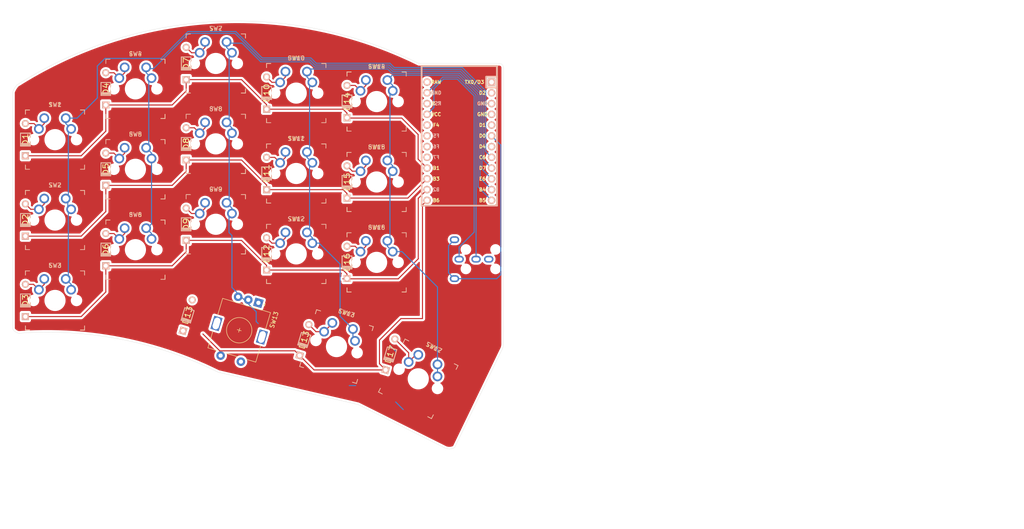
<source format=kicad_pcb>
(kicad_pcb (version 20211014) (generator pcbnew)
  (layers (0 "F.Cu" signal) (31 "B.Cu" signal) (34 "B.Paste" user) (35 "F.Paste" user) (36 "B.SilkS" user "B.Silkscreen") (37 "F.SilkS" user "F.Silkscreen") (38 "B.Mask" user) (39 "F.Mask" user) (44 "Edge.Cuts" user))
  (net 0 "")
  (net 1 "Net-(D1-Pad2)")
  (net 2 "Net-(D2-Pad2)")
  (net 3 "Net-(D3-Pad2)")
  (net 4 "Net-(D5-Pad2)")
  (net 5 "Net-(D6-Pad2)")
  (net 6 "Net-(D7-Pad2)")
  (net 7 "ROW2")
  (net 8 "Net-(D10-Pad2)")
  (net 9 "Net-(D11-Pad2)")
  (net 10 "Net-(D12-Pad2)")
  (net 11 "Net-(D15-Pad2)")
  (net 12 "Net-(D16-Pad2)")
  (net 13 "Net-(D17-Pad2)")
  (net 14 "ROW1")
  (net 15 "ROW3")
  (net 16 "COL0")
  (net 17 "COL1")
  (net 18 "COL2")
  (net 19 "COL3")
  (net 20 "COL4")
  (net 21 "ROW0")
  (net 22 "SDA")
  (net 23 "Net-(D4-Pad2)")
  (net 24 "Net-(D8-Pad2)")
  (net 25 "Net-(D9-Pad2)")
  (net 26 "Net-(D13-Pad2)")
  (net 27 "Net-(D14-Pad2)")
  (net 28 "Net-(U1-Pad3)")
  (net 29 "Net-(U1-Pad2)")
  (footprint "footprints:SW_MX_reversible" (layer "F.Cu") (at 106 68)
    (fp_text reference "SW16")
    (fp_text value "switch")
  )
  (footprint "footprints:diode" (layer "F.Cu") (at 23 77 -90)
    (fp_text reference "D3")
    (fp_text value "D" hide)
  )
  (footprint "footprints:diode" (layer "F.Cu") (at 42 27 -90)
    (fp_text reference "D4")
    (fp_text value "D" hide)
  )
  (footprint "footprints:diode" (layer "F.Cu") (at 42 46 -90)
    (fp_text reference "D5")
    (fp_text value "D" hide)
  )
  (footprint "footprints:diode" (layer "F.Cu") (at 42 65 -90)
    (fp_text reference "D6")
    (fp_text value "D" hide)
  )
  (footprint "footprints:diode" (layer "F.Cu") (at 61 21 -90)
    (fp_text reference "D7")
    (fp_text value "D" hide)
  )
  (footprint "footprints:diode" (layer "F.Cu") (at 61 40 -90)
    (fp_text reference "D8")
    (fp_text value "D" hide)
  )
  (footprint "footprints:diode" (layer "F.Cu") (at 61 59 -90)
    (fp_text reference "D9")
    (fp_text value "D" hide)
  )
  (footprint "footprints:diode" (layer "F.Cu") (at 80 28 -90)
    (fp_text reference "D10")
    (fp_text value "D" hide)
  )
  (footprint "footprints:diode" (layer "F.Cu") (at 80 47 -90)
    (fp_text reference "D11")
    (fp_text value "D" hide)
  )
  (footprint "footprints:diode" (layer "F.Cu") (at 80 66 -90)
    (fp_text reference "D12")
    (fp_text value "D" hide)
  )
  (footprint "footprints:diode" (layer "F.Cu") (at 99 30 -90)
    (fp_text reference "D14")
    (fp_text value "D" hide)
  )
  (footprint "footprints:diode" (layer "F.Cu") (at 99 68 -90)
    (fp_text reference "D16")
    (fp_text value "D" hide)
  )
  (footprint "footprints:SW_MX_reversible" (layer "F.Cu") (at 30 39)
    (fp_text reference "SW1")
    (fp_text value "switch")
  )
  (footprint "footprints:SW_MX_reversible" (layer "F.Cu") (at 30 58)
    (fp_text reference "SW2")
    (fp_text value "switch")
  )
  (footprint "footprints:SW_MX_reversible" (layer "F.Cu") (at 30 77)
    (fp_text reference "SW3")
    (fp_text value "switch")
  )
  (footprint "footprints:SW_MX_reversible" (layer "F.Cu") (at 49 27)
    (fp_text reference "SW4")
    (fp_text value "switch")
  )
  (footprint "footprints:SW_MX_reversible" (layer "F.Cu") (at 49 46)
    (fp_text reference "SW5")
    (fp_text value "switch")
  )
  (footprint "footprints:SW_MX_reversible" (layer "F.Cu") (at 49 65)
    (fp_text reference "SW6")
    (fp_text value "switch")
  )
  (footprint "footprints:SW_MX_reversible" (layer "F.Cu") (at 68 21)
    (fp_text reference "SW7")
    (fp_text value "switch")
  )
  (footprint "footprints:SW_MX_reversible" (layer "F.Cu") (at 68 40)
    (fp_text reference "SW8")
    (fp_text value "switch")
  )
  (footprint "footprints:SW_MX_reversible" (layer "F.Cu") (at 68 59)
    (fp_text reference "SW9")
    (fp_text value "switch")
  )
  (footprint "footprints:SW_MX_reversible" (layer "F.Cu") (at 87 28)
    (fp_text reference "SW10")
    (fp_text value "switch")
  )
  (footprint "footprints:SW_MX_reversible" (layer "F.Cu") (at 87 47)
    (fp_text reference "SW11")
    (fp_text value "switch")
  )
  (footprint "footprints:SW_MX_reversible" (layer "F.Cu") (at 87 66)
    (fp_text reference "SW12")
    (fp_text value "switch")
  )
  (footprint "footprints:SW_MX_reversible" (layer "F.Cu") (at 106 30)
    (fp_text reference "SW14")
    (fp_text value "switch")
  )
  (footprint "footprints:SW_MX_reversible" (layer "F.Cu") (at 106 49)
    (fp_text reference "SW15")
    (fp_text value "switch")
  )
  (footprint "footprints:diode" (layer "F.Cu") (at 23 39 -90)
    (fp_text reference "D1")
    (fp_text value "D" hide)
  )
  (footprint "footprints:diode" (layer "F.Cu") (at 88.9 86.36 -106.6)
    (fp_text reference "D13")
    (fp_text value "D" hide)
  )
  (footprint "footprints:diode" (layer "F.Cu") (at 109.22 89.766728 -106.6)
    (fp_text reference "D17")
    (fp_text value "D" hide)
  )
  (footprint "footprints:SW_MX_reversible" (layer "F.Cu") (at 96.52 87.9 -16.6)
    (fp_text reference "SW13")
    (fp_text value "switch")
  )
  (footprint "footprints:SW_MX_reversible" (layer "F.Cu") (at 115.84 95.52 -26.6)
    (fp_text reference "SW17")
    (fp_text value "switch")
  )
  (footprint "footprints:diode" (layer "F.Cu") (at 23 58 -90)
    (fp_text reference "D2")
    (fp_text value "D" hide)
  )
  (footprint "footprints:diode" (layer "F.Cu") (at 99 49 -90)
    (fp_text reference "D15")
    (fp_text value "D" hide)
  )
  (footprint "Rotary_Encoder:RotaryEncoder_Alps_EC11E-Switch_Vertical_H20mm" (layer "F.Cu") (at 78.067048 77.566382 -106.6)
    (fp_text reference "SW13")
    (fp_text value "switch")
  )
  (footprint "footprints:diode" (layer "F.Cu") (at 61.338473 80.523791 -106.6)
    (fp_text reference "D13")
    (fp_text value "D" hide)
  )
  (footprint "footprints:trrs" (layer "B.Cu") (at 135.7 67.25 90)
    (fp_text reference "U1")
    (fp_text value "TRRS")
  )
  (footprint "footprints:promicro" (layer "B.Cu") (at 125.54 39.37 -90)
    (fp_text reference "U2" hide)
    (fp_text value "ProMicro" hide)
  )
  (gr_line (start 116 21) (end 135 21) (layer "Edge.Cuts") (width 0.05))
  (gr_line (start 21.591137 84.744072) (end 21.499802 84.76712) (layer "Edge.Cuts") (width 0.05))
  (gr_arc (start 21.499802 84.76712) (mid 20.652379 84.434796) (end 20.000001 83.799999) (layer "Edge.Cuts") (width 0.05))
  (gr_arc (start 135.978487 87.3) (mid 135.882196 88.025129) (end 135.599999 88.699999) (layer "Edge.Cuts") (width 0.05))
  (gr_arc (start 21.027585 26.043499) (mid 67.853615 11.090172) (end 116 21) (layer "Edge.Cuts") (width 0.05))
  (gr_line (start 19.988572 27.759696) (end 20.000001 83.799999) (layer "Edge.Cuts") (width 0.05))
  (gr_line (start 135.599999 88.699999) (end 124.46 111.76) (layer "Edge.Cuts") (width 0.05))
  (gr_line (start 135.978487 87.3) (end 136 22) (layer "Edge.Cuts") (width 0.05))
  (gr_line (start 121.92 111.76) (end 101.6 101.6) (layer "Edge.Cuts") (width 0.05))
  (gr_arc (start 21.591137 84.744072) (mid 45.703822 86.216592) (end 68.58 93.98) (layer "Edge.Cuts") (width 0.05))
  (gr_arc (start 19.988572 27.759696) (mid 20.423138 26.850174) (end 21.027586 26.0435) (layer "Edge.Cuts") (width 0.05))
  (gr_line (start 101.6 101.6) (end 68.58 93.98) (layer "Edge.Cuts") (width 0.05))
  (gr_arc (start 135 21) (mid 135.707107 21.292893) (end 136 22) (layer "Edge.Cuts") (width 0.05))
  (gr_arc (start 124.46 111.76) (mid 123.19 112.105074) (end 121.92 111.76) (layer "Edge.Cuts") (width 0.05))
  (segment (start 27.46 35.19) (end 27.46 33.92) (width 0.25) (layer "F.Cu") (net 1))
  (segment (start 26.19 36.46) (end 27.46 35.19) (width 0.25) (layer "F.Cu") (net 1))
  (segment (start 25.03 35.19) (end 25.4 35.56) (width 0.25) (layer "F.Cu") (net 1))
  (segment (start 25.57 35.73) (end 26.845 35.73) (width 0.25) (layer "F.Cu") (net 1))
  (segment (start 23 35.19) (end 25.03 35.19) (width 0.25) (layer "F.Cu") (net 1))
  (segment (start 25.4 35.56) (end 25.57 35.73) (width 0.25) (layer "F.Cu") (net 1))
  (segment (start 26.19 55.46) (end 27.46 54.19) (width 0.25) (layer "F.Cu") (net 2))
  (segment (start 23 54.19) (end 24.27 55.46) (width 0.25) (layer "F.Cu") (net 2))
  (segment (start 27.46 54.19) (end 27.46 52.92) (width 0.25) (layer "F.Cu") (net 2))
  (segment (start 24.27 55.46) (end 26.19 55.46) (width 0.25) (layer "F.Cu") (net 2))
  (segment (start 23 73.19) (end 24.92 73.19) (width 0.25) (layer "F.Cu") (net 3))
  (segment (start 27.46 73.19) (end 27.46 71.92) (width 0.25) (layer "F.Cu") (net 3))
  (segment (start 24.92 73.19) (end 26.19 74.46) (width 0.25) (layer "F.Cu") (net 3))
  (segment (start 26.19 74.46) (end 27.46 73.19) (width 0.25) (layer "F.Cu") (net 3))
  (segment (start 42 42.19) (end 43.92 42.19) (width 0.25) (layer "F.Cu") (net 4))
  (segment (start 43.92 42.19) (end 45.19 43.46) (width 0.25) (layer "F.Cu") (net 4))
  (segment (start 45.19 43.46) (end 46.46 42.19) (width 0.25) (layer "F.Cu") (net 4))
  (segment (start 46.46 42.19) (end 46.46 40.92) (width 0.25) (layer "F.Cu") (net 4))
  (segment (start 43.92 61.19) (end 45.19 62.46) (width 0.25) (layer "F.Cu") (net 5))
  (segment (start 46.46 61.19) (end 46.46 59.92) (width 0.25) (layer "F.Cu") (net 5))
  (segment (start 42 61.19) (end 43.92 61.19) (width 0.25) (layer "F.Cu") (net 5))
  (segment (start 45.19 62.46) (end 46.46 61.19) (width 0.25) (layer "F.Cu") (net 5))
  (segment (start 62.27 18.46) (end 64.19 18.46) (width 0.25) (layer "F.Cu") (net 6))
  (segment (start 61 17.19) (end 62.27 18.46) (width 0.25) (layer "F.Cu") (net 6))
  (segment (start 64.19 18.46) (end 65.46 17.19) (width 0.25) (layer "F.Cu") (net 6))
  (segment (start 65.46 17.19) (end 65.46 15.92) (width 0.25) (layer "F.Cu") (net 6))
  (segment (start 36.19 80.81) (end 42 75) (width 0.25) (layer "F.Cu") (net 7))
  (segment (start 23 80.81) (end 36.19 80.81) (width 0.25) (layer "F.Cu") (net 7))
  (segment (start 42 75) (end 42 68.81) (width 0.25) (layer "F.Cu") (net 7))
  (segment (start 42 68.81) (end 57.69 68.81) (width 0.25) (layer "F.Cu") (net 7))
  (segment (start 61 65.5) (end 61 62.81) (width 0.25) (layer "F.Cu") (net 7))
  (segment (start 57.69 68.81) (end 61 65.5) (width 0.25) (layer "F.Cu") (net 7))
  (segment (start 98.018 71.882) (end 111.118 71.882) (width 0.25) (layer "F.Cu") (net 7))
  (segment (start 80 69.81) (end 98.0755 69.81) (width 0.25) (layer "F.Cu") (net 7))
  (segment (start 115.85 67.15) (end 115.85 52.87) (width 0.25) (layer "F.Cu") (net 7))
  (segment (start 98 69.9) (end 98.018 69.882) (width 0.25) (layer "F.Cu") (net 7))
  (segment (start 80 68.7345) (end 80 69.81) (width 0.25) (layer "F.Cu") (net 7))
  (segment (start 111.118 71.882) (end 115.85 67.15) (width 0.25) (layer "F.Cu") (net 7))
  (segment (start 115.85 52.87) (end 117.92 50.8) (width 0.25) (layer "F.Cu") (net 7))
  (segment (start 99 70.7345) (end 99 71.81) (width 0.25) (layer "F.Cu") (net 7))
  (segment (start 61 62.81) (end 74.0755 62.81) (width 0.25) (layer "F.Cu") (net 7))
  (segment (start 74.0755 62.81) (end 80 68.7345) (width 0.25) (layer "F.Cu") (net 7))
  (segment (start 98.0755 69.81) (end 99 70.7345) (width 0.25) (layer "F.Cu") (net 7))
  (segment (start 80 24.19) (end 81.27 25.46) (width 0.25) (layer "F.Cu") (net 8))
  (segment (start 81.27 25.46) (end 83.19 25.46) (width 0.25) (layer "F.Cu") (net 8))
  (segment (start 83.19 25.46) (end 84.46 24.19) (width 0.25) (layer "F.Cu") (net 8))
  (segment (start 84.46 24.19) (end 84.46 22.92) (width 0.25) (layer "F.Cu") (net 8))
  (segment (start 83.19 44.46) (end 84.46 43.19) (width 0.25) (layer "F.Cu") (net 9))
  (segment (start 84.46 43.19) (end 84.46 41.92) (width 0.25) (layer "F.Cu") (net 9))
  (segment (start 81.92 43.19) (end 83.19 44.46) (width 0.25) (layer "F.Cu") (net 9))
  (segment (start 80 43.19) (end 81.92 43.19) (width 0.25) (layer "F.Cu") (net 9))
  (segment (start 84.46 62.19) (end 84.46 60.92) (width 0.25) (layer "F.Cu") (net 10))
  (segment (start 80 62.19) (end 81.27 63.46) (width 0.25) (layer "F.Cu") (net 10))
  (segment (start 83.19 63.46) (end 84.46 62.19) (width 0.25) (layer "F.Cu") (net 10))
  (segment (start 81.27 63.46) (end 83.19 63.46) (width 0.25) (layer "F.Cu") (net 10))
  (segment (start 100.27 46.46) (end 102.19 46.46) (width 0.25) (layer "F.Cu") (net 11))
  (segment (start 103.46 45.19) (end 103.46 43.92) (width 0.25) (layer "F.Cu") (net 11))
  (segment (start 99 45.19) (end 100.27 46.46) (width 0.25) (layer "F.Cu") (net 11))
  (segment (start 102.19 46.46) (end 103.46 45.19) (width 0.25) (layer "F.Cu") (net 11))
  (segment (start 102.19 65.46) (end 103.46 64.19) (width 0.25) (layer "F.Cu") (net 12))
  (segment (start 99 64.19) (end 100.92 64.19) (width 0.25) (layer "F.Cu") (net 12))
  (segment (start 100.92 64.19) (end 102.19 65.46) (width 0.25) (layer "F.Cu") (net 12))
  (segment (start 103.46 64.19) (end 103.46 62.92) (width 0.25) (layer "F.Cu") (net 12))
  (segment (start 110.308473 86.115519) (end 113.57058 89.377626) (width 0.25) (layer "F.Cu") (net 13))
  (segment (start 115.273078 89.840388) (end 115.843464 89.840388) (width 0.25) (layer "F.Cu") (net 13))
  (segment (start 113.57058 91.542886) (end 115.273078 89.840388) (width 0.25) (layer "F.Cu") (net 13))
  (segment (start 113.57058 89.377626) (end 113.57058 91.542886) (width 0.25) (layer "F.Cu") (net 13))
  (segment (start 99 51.7345) (end 99 52.81) (width 0.25) (layer "F.Cu") (net 14))
  (segment (start 61 43.81) (end 74.0755 43.81) (width 0.25) (layer "F.Cu") (net 14))
  (segment (start 42 56) (end 42 49.81) (width 0.25) (layer "F.Cu") (net 14))
  (segment (start 80 50.81) (end 98.0755 50.81) (width 0.25) (layer "F.Cu") (net 14))
  (segment (start 98.0755 50.81) (end 99 51.7345) (width 0.25) (layer "F.Cu") (net 14))
  (segment (start 42 49.81) (end 57.69 49.81) (width 0.25) (layer "F.Cu") (net 14))
  (segment (start 74.0755 43.81) (end 80 49.7345) (width 0.25) (layer "F.Cu") (net 14))
  (segment (start 113.37 52.81) (end 117.92 48.26) (width 0.25) (layer "F.Cu") (net 14))
  (segment (start 80 49.7345) (end 80 50.81) (width 0.25) (layer "F.Cu") (net 14))
  (segment (start 23 61.81) (end 36.19 61.81) (width 0.25) (layer "F.Cu") (net 14))
  (segment (start 57.69 49.81) (end 61 46.5) (width 0.25) (layer "F.Cu") (net 14))
  (segment (start 36.19 61.81) (end 42 56) (width 0.25) (layer "F.Cu") (net 14))
  (segment (start 99 52.81) (end 113.37 52.81) (width 0.25) (layer "F.Cu") (net 14))
  (segment (start 61 46.5) (end 61 43.81) (width 0.25) (layer "F.Cu") (net 14))
  (segment (start 87.811527 90.011209) (end 86.700318 88.9) (width 0.25) (layer "F.Cu") (net 15))
  (segment (start 68.920318 88.9) (end 64.951527 84.931209) (width 0.25) (layer "F.Cu") (net 15))
  (segment (start 106.68 86.36) (end 111.76 81.28) (width 0.25) (layer "F.Cu") (net 15))
  (segment (start 108.131527 93.417937) (end 106.68 91.96641) (width 0.25) (layer "F.Cu") (net 15))
  (segment (start 87.811527 90.011209) (end 91.218255 93.417937) (width 0.25) (layer "F.Cu") (net 15))
  (segment (start 106.68 91.96641) (end 106.68 86.36) (width 0.25) (layer "F.Cu") (net 15))
  (segment (start 91.218255 93.417937) (end 108.131527 93.417937) (width 0.25) (layer "F.Cu") (net 15))
  (segment (start 116.84 54.42) (end 117.92 53.34) (width 0.25) (layer "F.Cu") (net 15))
  (segment (start 86.700318 88.9) (end 68.920318 88.9) (width 0.25) (layer "F.Cu") (net 15))
  (segment (start 111.76 81.28) (end 116.84 81.28) (width 0.25) (layer "F.Cu") (net 15))
  (segment (start 116.84 81.28) (end 116.84 54.42) (width 0.25) (layer "F.Cu") (net 15))
  (segment (start 90.4728 19.69998) (end 78.9728 19.69998) (width 0.25) (layer "B.Cu") (net 16))
  (segment (start 126.24997 21.94997) (end 110.1592 21.94997) (width 0.25) (layer "B.Cu") (net 16))
  (segment (start 40 29.135) (end 35.215 33.92) (width 0.25) (layer "B.Cu") (net 16))
  (segment (start 33.155 71.575) (end 32.52 72.21) (width 0.25) (layer "B.Cu") (net 16))
  (segment (start 33.81 55.46) (end 33.02 54.67) (width 0.25) (layer "B.Cu") (net 16))
  (segment (start 33.155 54.73) (end 33.155 71.575) (width 0.25) (layer "B.Cu") (net 16))
  (segment (start 32.54 71.92) (end 33.81 73.19) (width 0.25) (layer "B.Cu") (net 16))
  (segment (start 72.72281 13.44999) (end 61.413599 13.449991) (width 0.25) (layer "B.Cu") (net 16))
  (segment (start 40 21.6) (end 40 29.135) (width 0.25) (layer "B.Cu") (net 16))
  (segment (start 131.770044 41.790044) (end 131.770044 27.547222) (width 0.25) (layer "B.Cu") (net 16))
  (segment (start 33.155 35.73) (end 33.155 52.305) (width 0.25) (layer "B.Cu") (net 16))
  (segment (start 131.8 27.5) (end 126.24997 21.94997) (width 0.25) (layer "B.Cu") (net 16))
  (segment (start 91.72279 20.94997) (end 90.4728 19.69998) (width 0.25) (layer "B.Cu") (net 16))
  (segment (start 33.81 36.46) (end 32.54 35.19) (width 0.25) (layer "B.Cu") (net 16))
  (segment (start 61.413599 13.449991) (end 55.06359 19.8) (width 0.25) (layer "B.Cu") (net 16))
  (segment (start 33.155 52.305) (end 32.54 52.92) (width 0.25) (layer "B.Cu") (net 16))
  (segment (start 41.8 19.8) (end 40 21.6) (width 0.25) (layer "B.Cu") (net 16))
  (segment (start 32.54 35.19) (end 32.54 33.92) (width 0.25) (layer "B.Cu") (net 16))
  (segment (start 109.1592 20.94997) (end 91.72279 20.94997) (width 0.25) (layer "B.Cu") (net 16))
  (segment (start 78.9728 19.69998) (end 72.72281 13.44999) (width 0.25) (layer "B.Cu") (net 16))
  (segment (start 33.02 54.67) (end 33.02 53.34) (width 0.25) (layer "B.Cu") (net 16))
  (segment (start 35.215 33.92) (end 32.54 33.92) (width 0.25) (layer "B.Cu") (net 16))
  (segment (start 133.16 43.18) (end 131.770044 41.790044) (width 0.25) (layer "B.Cu") (net 16))
  (segment (start 55.06359 19.8) (end 41.8 19.8) (width 0.25) (layer "B.Cu") (net 16))
  (segment (start 110.1592 21.94997) (end 109.1592 20.94997) (width 0.25) (layer "B.Cu") (net 16))
  (segment (start 33.81 73.19) (end 33.81 74.46) (width 0.25) (layer "B.Cu") (net 16))
  (segment (start 52.5483 59.1817) (end 51.52 60.21) (width 0.25) (layer "B.Cu") (net 17))
  (segment (start 78.7864 20.14999) (end 72.53641 13.9) (width 0.25) (layer "B.Cu") (net 17))
  (segment (start 72.53641 13.9) (end 61.6 13.9) (width 0.25) (layer "B.Cu") (net 17))
  (segment (start 52.81 43.46) (end 52.81 58.92) (width 0.25) (layer "B.Cu") (net 17))
  (segment (start 131.320033 43.880033) (end 131.320033 27.733622) (width 0.25) (layer "B.Cu") (net 17))
  (segment (start 133.16 45.72) (end 131.320033 43.880033) (width 0.25) (layer "B.Cu") (net 17))
  (segment (start 131.3 27.7) (end 125.99998 22.39998) (width 0.25) (layer "B.Cu") (net 17))
  (segment (start 51.54 59.92) (end 52.81 61.19) (width 0.25) (layer "B.Cu") (net 17))
  (segment (start 109.9728 22.39998) (end 108.9728 21.39998) (width 0.25) (layer "B.Cu") (net 17))
  (segment (start 52.81 58.92) (end 52.5483 59.1817) (width 0.25) (layer "B.Cu") (net 17))
  (segment (start 52.81 24.46) (end 51.54 23.19) (width 0.25) (layer "B.Cu") (net 17))
  (segment (start 91.53639 21.39998) (end 90.2864 20.14999) (width 0.25) (layer "B.Cu") (net 17))
  (segment (start 52.81 42.19) (end 52.81 43.46) (width 0.25) (layer "B.Cu") (net 17))
  (segment (start 125.99998 22.39998) (end 109.9728 22.39998) (width 0.25) (layer "B.Cu") (net 17))
  (segment (start 52.155 23.73) (end 52.155 40.305) (width 0.25) (layer "B.Cu") (net 17))
  (segment (start 108.9728 21.39998) (end 91.53639 21.39998) (width 0.25) (layer "B.Cu") (net 17))
  (segment (start 61.6 13.9) (end 53.29 22.21) (width 0.25) (layer "B.Cu") (net 17))
  (segment (start 53.29 22.21) (end 51.52 22.21) (width 0.25) (layer "B.Cu") (net 17))
  (segment (start 52.81 61.19) (end 52.81 62.46) (width 0.25) (layer "B.Cu") (net 17))
  (segment (start 51.54 40.92) (end 52.81 42.19) (width 0.25) (layer "B.Cu") (net 17))
  (segment (start 52.155 40.305) (end 51.54 40.92) (width 0.25) (layer "B.Cu") (net 17))
  (segment (start 51.54 23.19) (end 51.54 21.92) (width 0.25) (layer "B.Cu") (net 17))
  (segment (start 90.2864 20.14999) (end 78.7864 20.14999) (width 0.25) (layer "B.Cu") (net 17))
  (segment (start 125.79999 22.84999) (end 109.7864 22.84999) (width 0.25) (layer "B.Cu") (net 18))
  (segment (start 130.870022 27.920022) (end 125.79999 22.84999) (width 0.25) (layer "B.Cu") (net 18))
  (segment (start 130.870022 45.970022) (end 130.870022 27.920022) (width 0.25) (layer "B.Cu") (net 18))
  (segment (start 78.6 20.6) (end 74.21 16.21) (width 0.25) (layer "B.Cu") (net 18))
  (segment (start 108.7864 21.84999) (end 91.34999 21.84999) (width 0.25) (layer "B.Cu") (net 18))
  (segment (start 71.12 60.96) (end 71.12 55.88) (width 0.25) (layer "B.Cu") (net 18))
  (segment (start 74.21 16.21) (end 70.52 16.21) (width 0.25) (layer "B.Cu") (net 18))
  (segment (start 71.81 73.941934) (end 77.545436 79.67737) (width 0.25) (layer "B.Cu") (net 18))
  (segment (start 70.54 17.19) (end 70.54 15.92) (width 0.25) (layer "B.Cu") (net 18))
  (segment (start 71.81 61.65) (end 71.81 73.941934) (width 0.25) (layer "B.Cu") (net 18))
  (segment (start 71.81 55.19) (end 71.81 56.46) (width 0.25) (layer "B.Cu") (net 18))
  (segment (start 71.12 60.96) (end 71.81 61.65) (width 0.25) (layer "B.Cu") (net 18))
  (segment (start 71.155 34.575) (end 70.52 35.21) (width 0.25) (layer "B.Cu") (net 18))
  (segment (start 90.1 20.6) (end 78.6 20.6) (width 0.25) (layer "B.Cu") (net 18))
  (segment (start 71.155 36.73) (end 71.155 53.575) (width 0.25) (layer "B.Cu") (net 18))
  (segment (start 77.545436 79.67737) (end 77.545436 81.982912) (width 0.25) (layer "B.Cu") (net 18))
  (segment (start 71.81 18.46) (end 70.54 17.19) (width 0.25) (layer "B.Cu") (net 18))
  (segment (start 77.545436 81.982912) (end 78.036857 82.474333) (width 0.25) (layer "B.Cu") (net 18))
  (segment (start 91.34999 21.84999) (end 90.1 20.6) (width 0.25) (layer "B.Cu") (net 18))
  (segment (start 133.16 48.26) (end 130.870022 45.970022) (width 0.25) (layer "B.Cu") (net 18))
  (segment (start 70.54 53.92) (end 71.81 55.19) (width 0.25) (layer "B.Cu") (net 18))
  (segment (start 71.81 36.25) (end 71.12 35.56) (width 0.25) (layer "B.Cu") (net 18))
  (segment (start 71.155 17.73) (end 71.155 34.575) (width 0.25) (layer "B.Cu") (net 18))
  (segment (start 109.7864 22.84999) (end 108.7864 21.84999) (width 0.25) (layer "B.Cu") (net 18))
  (segment (start 71.155 53.575) (end 70.52 54.21) (width 0.25) (layer "B.Cu") (net 18))
  (segment (start 71.81 37.46) (end 71.81 36.25) (width 0.25) (layer "B.Cu") (net 18))
  (segment (start 100.405436 83.75737) (end 100.405436 86.062912) (width 0.25) (layer "B.Cu") (net 19))
  (segment (start 109.621033 23.321033) (end 108.6 22.3) (width 0.25) (layer "B.Cu") (net 19))
  (segment (start 90.81 63.46) (end 92.426446 63.46) (width 0.25) (layer "B.Cu") (net 19))
  (segment (start 97.37215 80.724084) (end 100.405436 83.75737) (width 0.25) (layer "B.Cu") (net 19))
  (segment (start 90.81 25.46) (end 89.54 24.19) (width 0.25) (layer "B.Cu") (net 19))
  (segment (start 90.155 62.98) (end 90.405 62.73) (width 0.25) (layer "B.Cu") (net 19))
  (segment (start 125.617444 23.321033) (end 109.621033 23.321033) (width 0.25) (layer "B.Cu") (net 19))
  (segment (start 89.54 24.19) (end 89.54 22.92) (width 0.25) (layer "B.Cu") (net 19))
  (segment (start 90.43 22.3) (end 89.52 23.21) (width 0.25) (layer "B.Cu") (net 19))
  (segment (start 130.420011 28.1236) (end 125.617444 23.321033) (width 0.25) (layer "B.Cu") (net 19))
  (segment (start 97.37215 68.405704) (end 97.37215 80.724084) (width 0.25) (layer "B.Cu") (net 19))
  (segment (start 90.81 44.46) (end 89.54 43.19) (width 0.25) (layer "B.Cu") (net 19))
  (segment (start 89.54 60.92) (end 90.81 62.19) (width 0.25) (layer "B.Cu") (net 19))
  (segment (start 89.54 43.19) (end 89.54 41.92) (width 0.25) (layer "B.Cu") (net 19))
  (segment (start 92.426446 63.46) (end 97.37215 68.405704) (width 0.25) (layer "B.Cu") (net 19))
  (segment (start 90.155 43.73) (end 90.155 60.305) (width 0.25) (layer "B.Cu") (net 19))
  (segment (start 130.420011 48.060011) (end 130.420011 28.1236) (width 0.25) (layer "B.Cu") (net 19))
  (segment (start 101.048504 97.119577) (end 99.536394 97.119577) (width 0.25) (layer "B.Cu") (net 19))
  (segment (start 90.81 62.19) (end 90.81 63.46) (width 0.25) (layer "B.Cu") (net 19))
  (segment (start 100.405436 86.062912) (end 100.896857 86.554333) (width 0.25) (layer "B.Cu") (net 19))
  (segment (start 90.155 41.575) (end 89.52 42.21) (width 0.25) (layer "B.Cu") (net 19))
  (segment (start 108.6 22.3) (end 90.43 22.3) (width 0.25) (layer "B.Cu") (net 19))
  (segment (start 133.16 50.8) (end 130.420011 48.060011) (width 0.25) (layer "B.Cu") (net 19))
  (segment (start 90.155 24.73) (end 90.155 41.575) (width 0.25) (layer "B.Cu") (net 19))
  (segment (start 90.155 60.305) (end 89.54 60.92) (width 0.25) (layer "B.Cu") (net 19))
  (segment (start 120.385768 92.115005) (end 120.385768 94.953078) (width 0.25) (layer "B.Cu") (net 20))
  (segment (start 110.5 89) (end 109.155 87.655) (width 0.25) (layer "B.Cu") (net 20))
  (segment (start 109.155 62.305) (end 108.54 62.92) (width 0.25) (layer "B.Cu") (net 20))
  (segment (start 109.155 26.73) (end 109.155 43.305) (width 0.25) (layer "B.Cu") (net 20))
  (segment (start 120.385768 94.953078) (end 120.384036 94.95481) (width 0.25) (layer "B.Cu") (net 20))
  (segment (start 109.81 26.19) (end 109.81 27.46) (width 0.25) (layer "B.Cu") (net 20))
  (segment (start 133.16 53.34) (end 129.97 50.15) (width 0.25) (layer "B.Cu") (net 20))
  (segment (start 125.431044 23.771044) (end 109.688956 23.771044) (width 0.25) (layer "B.Cu") (net 20))
  (segment (start 109.81 65.46) (end 108.54 64.19) (width 0.25) (layer "B.Cu") (net 20))
  (segment (start 108.54 64.19) (end 108.54 62.92) (width 0.25) (layer "B.Cu") (net 20))
  (segment (start 109.155 45.73) (end 109.155 62.305) (width 0.25) (layer "B.Cu") (net 20))
  (segment (start 120.385768 73.838397) (end 120.385768 92.115005) (width 0.25) (layer "B.Cu") (net 20))
  (segment (start 129.97 28.31) (end 125.431044 23.771044) (width 0.25) (layer "B.Cu") (net 20))
  (segment (start 112.007371 65.46) (end 120.385768 73.838397) (width 0.25) (layer "B.Cu") (net 20))
  (segment (start 112.300735 102.791233) (end 110.5 100.990498) (width 0.25) (layer "B.Cu") (net 20))
  (segment (start 109.81 45.19) (end 109.81 46.46) (width 0.25) (layer "B.Cu") (net 20))
  (segment (start 129.97 50.15) (end 129.97 28.31) (width 0.25) (layer "B.Cu") (net 20))
  (segment (start 108.54 24.92) (end 109.81 26.19) (width 0.25) (layer "B.Cu") (net 20))
  (segment (start 109.155 43.305) (end 108.54 43.92) (width 0.25) (layer "B.Cu") (net 20))
  (segment (start 109.688956 23.771044) (end 108.54 24.92) (width 0.25) (layer "B.Cu") (net 20))
  (segment (start 109.81 65.46) (end 112.007371 65.46) (width 0.25) (layer "B.Cu") (net 20))
  (segment (start 108.54 43.92) (end 109.81 45.19) (width 0.25) (layer "B.Cu") (net 20))
  (segment (start 98.0755 31.81) (end 99 32.7345) (width 0.25) (layer "F.Cu") (net 21))
  (segment (start 99 33.9) (end 111.93 33.9) (width 0.25) (layer "F.Cu") (net 21))
  (segment (start 99 32.7345) (end 99 33.81) (width 0.25) (layer "F.Cu") (net 21))
  (segment (start 115.815 43.615) (end 117.92 45.72) (width 0.25) (layer "F.Cu") (net 21))
  (segment (start 42 37) (end 42 30.81) (width 0.25) (layer "F.Cu") (net 21))
  (segment (start 57.69 30.81) (end 61 27.5) (width 0.25) (layer "F.Cu") (net 21))
  (segment (start 36.19 42.81) (end 42 37) (width 0.25) (layer "F.Cu") (net 21))
  (segment (start 42 30.81) (end 57.69 30.81) (width 0.25) (layer "F.Cu") (net 21))
  (segment (start 111.93 33.9) (end 115.815 37.785) (width 0.25) (layer "F.Cu") (net 21))
  (segment (start 80 31.81) (end 98.0755 31.81) (width 0.25) (layer "F.Cu") (net 21))
  (segment (start 61 27.5) (end 61 24.81) (width 0.25) (layer "F.Cu") (net 21))
  (segment (start 74.0755 24.81) (end 80 30.7345) (width 0.25) (layer "F.Cu") (net 21))
  (segment (start 61 24.81) (end 74.0755 24.81) (width 0.25) (layer "F.Cu") (net 21))
  (segment (start 115.815 37.785) (end 115.815 43.615) (width 0.25) (layer "F.Cu") (net 21))
  (segment (start 80 30.7345) (end 80 31.81) (width 0.25) (layer "F.Cu") (net 21))
  (segment (start 23 42.81) (end 36.19 42.81) (width 0.25) (layer "F.Cu") (net 21))
  (segment (start 124.4 71.85) (end 134.4 71.85) (width 0.25) (layer "B.Cu") (net 22))
  (segment (start 135.33 40.27) (end 133.16 38.1) (width 0.25) (layer "B.Cu") (net 22))
  (segment (start 123 64.05) (end 124.4 62.65) (width 0.25) (layer "B.Cu") (net 22))
  (segment (start 134.4 71.85) (end 135.33 70.92) (width 0.25) (layer "B.Cu") (net 22))
  (segment (start 123 70.485) (end 123 64.05) (width 0.25) (layer "B.Cu") (net 22))
  (segment (start 124.365 71.85) (end 123 70.485) (width 0.25) (layer "B.Cu") (net 22))
  (segment (start 135.33 70.92) (end 135.33 40.27) (width 0.25) (layer "B.Cu") (net 22))
  (segment (start 124.4 71.85) (end 124.365 71.85) (width 0.25) (layer "B.Cu") (net 22))
  (segment (start 43.92 23.19) (end 45.19 24.46) (width 0.25) (layer "F.Cu") (net 23))
  (segment (start 42 23.19) (end 43.92 23.19) (width 0.25) (layer "F.Cu") (net 23))
  (segment (start 46.46 23.19) (end 46.46 21.92) (width 0.25) (layer "F.Cu") (net 23))
  (segment (start 45.19 24.46) (end 46.46 23.19) (width 0.25) (layer "F.Cu") (net 23))
  (segment (start 65.46 36.19) (end 65.46 34.92) (width 0.25) (layer "F.Cu") (net 24))
  (segment (start 64.19 37.46) (end 65.46 36.19) (width 0.25) (layer "F.Cu") (net 24))
  (segment (start 61 36.19) (end 62.92 36.19) (width 0.25) (layer "F.Cu") (net 24))
  (segment (start 62.92 36.19) (end 64.19 37.46) (width 0.25) (layer "F.Cu") (net 24))
  (segment (start 65.46 55.19) (end 65.46 53.92) (width 0.25) (layer "F.Cu") (net 25))
  (segment (start 64.19 56.46) (end 65.46 55.19) (width 0.25) (layer "F.Cu") (net 25))
  (segment (start 61 55.19) (end 62.27 56.46) (width 0.25) (layer "F.Cu") (net 25))
  (segment (start 62.27 56.46) (end 64.19 56.46) (width 0.25) (layer "F.Cu") (net 25))
  (segment (start 95.537158 82.434669) (end 95.537158 82.306073) (width 0.25) (layer "F.Cu") (net 26))
  (segment (start 93.594439 84.377388) (end 95.537158 82.434669) (width 0.25) (layer "F.Cu") (net 26))
  (segment (start 91.65707 84.377388) (end 93.594439 84.377388) (width 0.25) (layer "F.Cu") (net 26))
  (segment (start 89.988473 82.708791) (end 91.65707 84.377388) (width 0.25) (layer "F.Cu") (net 26))
  (segment (start 103.46 26.19) (end 103.46 24.92) (width 0.25) (layer "F.Cu") (net 27))
  (segment (start 102.19 27.46) (end 103.46 26.19) (width 0.25) (layer "F.Cu") (net 27))
  (segment (start 100.92 26.19) (end 102.19 27.46) (width 0.25) (layer "F.Cu") (net 27))
  (segment (start 99 26.19) (end 100.92 26.19) (width 0.25) (layer "F.Cu") (net 27))
  (segment (start 129.5 28.5) (end 125.23 24.23) (width 0.25) (layer "B.Cu") (net 28))
  (segment (start 129.5 67.25) (end 129.5 28.5) (width 0.25) (layer "B.Cu") (net 28))
  (segment (start 125.23 24.23) (end 121.63 24.23) (width 0.25) (layer "B.Cu") (net 28))
  (segment (start 121.63 24.23) (end 117.92 27.94) (width 0.25) (layer "B.Cu") (net 28))
  (segment (start 129.04999 60.85001) (end 129.04999 28.6864) (width 0.25) (layer "B.Cu") (net 29))
  (segment (start 125.5 64.4) (end 129.04999 60.85001) (width 0.25) (layer "B.Cu") (net 29))
  (segment (start 119.53 26.98) (end 119.53 31.41) (width 0.25) (layer "B.Cu") (net 29))
  (segment (start 121.8164 24.68001) (end 121.8164 24.6936) (width 0.25) (layer "B.Cu") (net 29))
  (segment (start 121.8164 24.6936) (end 119.53 26.98) (width 0.25) (layer "B.Cu") (net 29))
  (segment (start 125.0436 24.68001) (end 121.8164 24.68001) (width 0.25) (layer "B.Cu") (net 29))
  (segment (start 129.04999 28.6864) (end 125.0436 24.68001) (width 0.25) (layer "B.Cu") (net 29))
  (segment (start 119.53 31.41) (end 117.92 33.02) (width 0.25) (layer "B.Cu") (net 29))
  (segment (start 125.5 67.25) (end 125.5 64.4) (width 0.25) (layer "B.Cu") (net 29))
  (zone (net 0) (net_name "") (layer "F.Cu") (connect_pads (clearance 0.508)) (min_thickness 0.254) (fill yes (thermal_gap 0.508) (thermal_bridge_width 0.508))
    (polygon (pts (xy 138 131) (xy 17 131) (xy 17 6) (xy 138 6)))
  )
)
</source>
